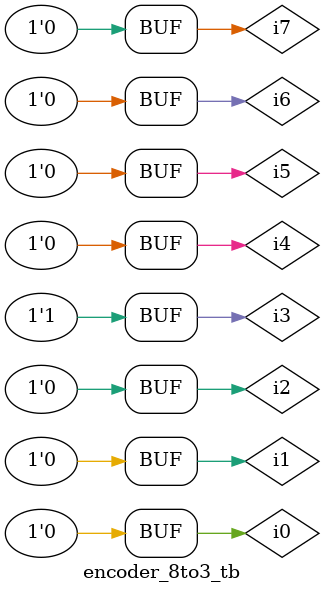
<source format=v>
module encoder_8to3(I0, I1, I2, I3, I4, I5, I6, I7, Y0, Y1, Y2);
input I0, I1, I2, I3, I4, I5, I6, I7;
output Y0, Y1, Y2;
or o1(Y0, I0, I2, I4, I6);
or o2(Y1, I1, I2, I4, I5);
or o3(Y2, I4, I5, I6, I7);
endmodule

module encoder_8to3_tb;
reg i0, i1, i2, i3, i4, i5, i6, i7;
wire y0, y1, y2;
encoder_8to3 e1(i0, i1, i2, i3, i4, i5, i6, i7, y0, y1, y2);
initial
begin
    i7=1'b0; i6=1'b0; i5=1'b0; i4=1'b0; i3=1'b0; i2=1'b0; i1=1'b0; i0=1'b1;
    $monitor("Time=%0t, I0=%b, I1=%b, I2=%b, I3=%b, I4=%b, I5=%b, I6=%b, I7=%b, Y0=%b, Y1=%b, Y2=%b", $time, i0, i1, i2, i3, i4, i5, i6, i7, y0, y1, y2);
    #5 i7=1'b0; i6=1'b0; i5=1'b0; i4=1'b1; i3=1'b0; i2=1'b0; i1=1'b0; i0=1'b0;
    #5 i7=1'b0; i6=1'b0; i5=1'b0; i4=1'b0; i3=1'b0; i2=1'b0; i1=1'b0; i0=1'b1;
    #5 i7=1'b0; i6=1'b0; i5=1'b0; i4=1'b0; i3=1'b1; i2=1'b0; i1=1'b0; i0=1'b0;
end
endmodule
</source>
